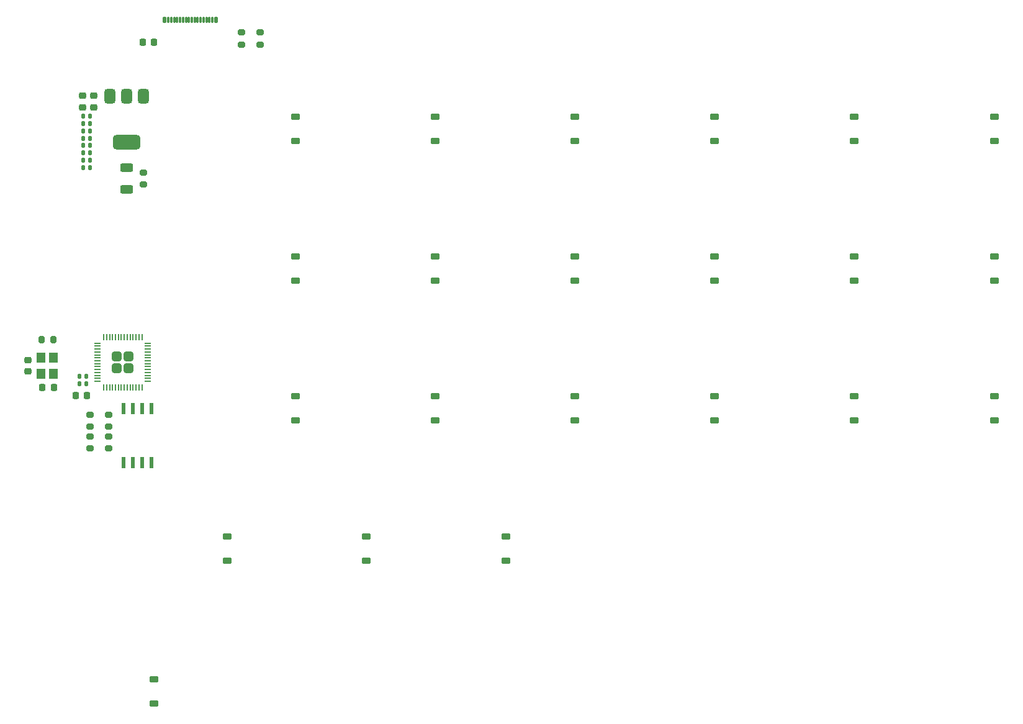
<source format=gtp>
%TF.GenerationSoftware,KiCad,Pcbnew,9.0.0*%
%TF.CreationDate,2025-03-25T01:57:01+09:00*%
%TF.ProjectId,keyboardR,6b657962-6f61-4726-9452-2e6b69636164,rev?*%
%TF.SameCoordinates,Original*%
%TF.FileFunction,Paste,Top*%
%TF.FilePolarity,Positive*%
%FSLAX46Y46*%
G04 Gerber Fmt 4.6, Leading zero omitted, Abs format (unit mm)*
G04 Created by KiCad (PCBNEW 9.0.0) date 2025-03-25 01:57:01*
%MOMM*%
%LPD*%
G01*
G04 APERTURE LIST*
G04 Aperture macros list*
%AMRoundRect*
0 Rectangle with rounded corners*
0 $1 Rounding radius*
0 $2 $3 $4 $5 $6 $7 $8 $9 X,Y pos of 4 corners*
0 Add a 4 corners polygon primitive as box body*
4,1,4,$2,$3,$4,$5,$6,$7,$8,$9,$2,$3,0*
0 Add four circle primitives for the rounded corners*
1,1,$1+$1,$2,$3*
1,1,$1+$1,$4,$5*
1,1,$1+$1,$6,$7*
1,1,$1+$1,$8,$9*
0 Add four rect primitives between the rounded corners*
20,1,$1+$1,$2,$3,$4,$5,0*
20,1,$1+$1,$4,$5,$6,$7,0*
20,1,$1+$1,$6,$7,$8,$9,0*
20,1,$1+$1,$8,$9,$2,$3,0*%
G04 Aperture macros list end*
%ADD10R,1.200000X1.400000*%
%ADD11RoundRect,0.200000X-0.275000X0.200000X-0.275000X-0.200000X0.275000X-0.200000X0.275000X0.200000X0*%
%ADD12RoundRect,0.200000X-0.200000X-0.275000X0.200000X-0.275000X0.200000X0.275000X-0.200000X0.275000X0*%
%ADD13RoundRect,0.200000X0.275000X-0.200000X0.275000X0.200000X-0.275000X0.200000X-0.275000X-0.200000X0*%
%ADD14RoundRect,0.225000X0.250000X-0.225000X0.250000X0.225000X-0.250000X0.225000X-0.250000X-0.225000X0*%
%ADD15RoundRect,0.225000X-0.225000X-0.250000X0.225000X-0.250000X0.225000X0.250000X-0.225000X0.250000X0*%
%ADD16RoundRect,0.225000X0.375000X-0.225000X0.375000X0.225000X-0.375000X0.225000X-0.375000X-0.225000X0*%
%ADD17RoundRect,0.250000X0.625000X-0.312500X0.625000X0.312500X-0.625000X0.312500X-0.625000X-0.312500X0*%
%ADD18RoundRect,0.140000X0.140000X0.170000X-0.140000X0.170000X-0.140000X-0.170000X0.140000X-0.170000X0*%
%ADD19RoundRect,0.375000X-0.375000X0.625000X-0.375000X-0.625000X0.375000X-0.625000X0.375000X0.625000X0*%
%ADD20RoundRect,0.500000X-1.400000X0.500000X-1.400000X-0.500000X1.400000X-0.500000X1.400000X0.500000X0*%
%ADD21R,0.533400X1.524000*%
%ADD22RoundRect,0.225000X-0.250000X0.225000X-0.250000X-0.225000X0.250000X-0.225000X0.250000X0.225000X0*%
%ADD23RoundRect,0.070000X0.070000X0.345000X-0.070000X0.345000X-0.070000X-0.345000X0.070000X-0.345000X0*%
%ADD24RoundRect,0.112500X0.112500X0.302500X-0.112500X0.302500X-0.112500X-0.302500X0.112500X-0.302500X0*%
%ADD25RoundRect,0.249999X0.395001X0.395001X-0.395001X0.395001X-0.395001X-0.395001X0.395001X-0.395001X0*%
%ADD26RoundRect,0.050000X0.387500X0.050000X-0.387500X0.050000X-0.387500X-0.050000X0.387500X-0.050000X0*%
%ADD27RoundRect,0.050000X0.050000X0.387500X-0.050000X0.387500X-0.050000X-0.387500X0.050000X-0.387500X0*%
%ADD28RoundRect,0.225000X0.225000X0.250000X-0.225000X0.250000X-0.225000X-0.250000X0.225000X-0.250000X0*%
G04 APERTURE END LIST*
D10*
%TO.C,Y1*%
X82300000Y-95900000D03*
X82300000Y-98100000D03*
X84000000Y-98100000D03*
X84000000Y-95900000D03*
%TD*%
D11*
%TO.C,R9*%
X91500000Y-103675000D03*
X91500000Y-105325000D03*
%TD*%
%TO.C,R8*%
X89000000Y-103675000D03*
X89000000Y-105325000D03*
%TD*%
D12*
%TO.C,R7*%
X82350000Y-93500000D03*
X84000000Y-93500000D03*
%TD*%
D13*
%TO.C,R6*%
X96234762Y-72325000D03*
X96234762Y-70675000D03*
%TD*%
D11*
%TO.C,R4*%
X91500000Y-106675000D03*
X91500000Y-108325000D03*
%TD*%
%TO.C,R3*%
X89000000Y-106675000D03*
X89000000Y-108325000D03*
%TD*%
%TO.C,R2*%
X112163762Y-51599000D03*
X112163762Y-53249000D03*
%TD*%
%TO.C,R1*%
X109663762Y-51599000D03*
X109663762Y-53249000D03*
%TD*%
D14*
%TO.C,C16*%
X80500000Y-97775000D03*
X80500000Y-96225000D03*
%TD*%
D15*
%TO.C,C15*%
X82500000Y-100000000D03*
X84050000Y-100000000D03*
%TD*%
D16*
%TO.C,D12*%
X116983762Y-85399000D03*
X116983762Y-82099000D03*
%TD*%
%TO.C,D9*%
X174133762Y-85399000D03*
X174133762Y-82099000D03*
%TD*%
D17*
%TO.C,R5*%
X93984762Y-72962500D03*
X93984762Y-70037500D03*
%TD*%
D16*
%TO.C,D6*%
X116983762Y-66349000D03*
X116983762Y-63049000D03*
%TD*%
%TO.C,D20*%
X126663762Y-123574000D03*
X126663762Y-120274000D03*
%TD*%
%TO.C,D3*%
X174133762Y-66349000D03*
X174133762Y-63049000D03*
%TD*%
D18*
%TO.C,C11*%
X88480000Y-99500000D03*
X87520000Y-99500000D03*
%TD*%
D16*
%TO.C,D13*%
X212333762Y-104449000D03*
X212333762Y-101149000D03*
%TD*%
D19*
%TO.C,U2*%
X96284762Y-60274000D03*
X93984762Y-60274000D03*
D20*
X93984762Y-66574000D03*
D19*
X91684762Y-60274000D03*
%TD*%
D16*
%TO.C,D1*%
X212333762Y-66394000D03*
X212333762Y-63094000D03*
%TD*%
D21*
%TO.C,U3*%
X97356464Y-102901207D03*
X96086464Y-102901207D03*
X94816464Y-102901207D03*
X93546464Y-102901207D03*
X93546464Y-110191007D03*
X94816464Y-110191007D03*
X96086464Y-110191007D03*
X97356464Y-110191007D03*
%TD*%
D22*
%TO.C,C10*%
X87984762Y-60225000D03*
X87984762Y-61775000D03*
%TD*%
D16*
%TO.C,D21*%
X107663762Y-123574000D03*
X107663762Y-120274000D03*
%TD*%
D18*
%TO.C,C4*%
X88964762Y-67000000D03*
X88004762Y-67000000D03*
%TD*%
D23*
%TO.C,J1*%
X105663762Y-49874000D03*
X104863762Y-49874000D03*
X104063762Y-49874000D03*
X103263762Y-49874000D03*
X102863762Y-49874000D03*
X102463762Y-49874000D03*
X100863762Y-49874000D03*
X100063762Y-49874000D03*
X99663762Y-49874000D03*
X100463762Y-49874000D03*
X101263762Y-49874000D03*
X101663762Y-49874000D03*
X102063762Y-49874000D03*
X103663762Y-49874000D03*
X104463762Y-49874000D03*
X105263762Y-49874000D03*
D24*
X106178762Y-49874000D03*
X99148762Y-49874000D03*
%TD*%
D18*
%TO.C,C14*%
X88964762Y-66000000D03*
X88004762Y-66000000D03*
%TD*%
D16*
%TO.C,D17*%
X136033762Y-104449000D03*
X136033762Y-101149000D03*
%TD*%
%TO.C,D5*%
X136033762Y-66349000D03*
X136033762Y-63049000D03*
%TD*%
%TO.C,D19*%
X145663762Y-123574000D03*
X145663762Y-120274000D03*
%TD*%
%TO.C,D11*%
X136033762Y-85399000D03*
X136033762Y-82099000D03*
%TD*%
%TO.C,D4*%
X155083762Y-66349000D03*
X155083762Y-63049000D03*
%TD*%
D18*
%TO.C,C6*%
X88964762Y-69000000D03*
X88004762Y-69000000D03*
%TD*%
D25*
%TO.C,U1*%
X94250000Y-97350000D03*
X94250000Y-95750000D03*
X92650000Y-97350000D03*
X92650000Y-95750000D03*
D26*
X96887500Y-99150000D03*
X96887500Y-98750000D03*
X96887500Y-98350000D03*
X96887500Y-97950000D03*
X96887500Y-97550000D03*
X96887500Y-97150000D03*
X96887500Y-96750000D03*
X96887500Y-96350000D03*
X96887500Y-95950000D03*
X96887500Y-95550000D03*
X96887500Y-95150000D03*
X96887500Y-94750000D03*
X96887500Y-94350000D03*
X96887500Y-93950000D03*
D27*
X96050000Y-93112500D03*
X95650000Y-93112500D03*
X95250000Y-93112500D03*
X94850000Y-93112500D03*
X94450000Y-93112500D03*
X94050000Y-93112500D03*
X93650000Y-93112500D03*
X93250000Y-93112500D03*
X92850000Y-93112500D03*
X92450000Y-93112500D03*
X92050000Y-93112500D03*
X91650000Y-93112500D03*
X91250000Y-93112500D03*
X90850000Y-93112500D03*
D26*
X90012500Y-93950000D03*
X90012500Y-94350000D03*
X90012500Y-94750000D03*
X90012500Y-95150000D03*
X90012500Y-95550000D03*
X90012500Y-95950000D03*
X90012500Y-96350000D03*
X90012500Y-96750000D03*
X90012500Y-97150000D03*
X90012500Y-97550000D03*
X90012500Y-97950000D03*
X90012500Y-98350000D03*
X90012500Y-98750000D03*
X90012500Y-99150000D03*
D27*
X90850000Y-99987500D03*
X91250000Y-99987500D03*
X91650000Y-99987500D03*
X92050000Y-99987500D03*
X92450000Y-99987500D03*
X92850000Y-99987500D03*
X93250000Y-99987500D03*
X93650000Y-99987500D03*
X94050000Y-99987500D03*
X94450000Y-99987500D03*
X94850000Y-99987500D03*
X95250000Y-99987500D03*
X95650000Y-99987500D03*
X96050000Y-99987500D03*
%TD*%
D16*
%TO.C,D7*%
X212333762Y-85399000D03*
X212333762Y-82099000D03*
%TD*%
%TO.C,D18*%
X116983762Y-104449000D03*
X116983762Y-101149000D03*
%TD*%
%TO.C,D15*%
X174133762Y-104449000D03*
X174133762Y-101149000D03*
%TD*%
D18*
%TO.C,C12*%
X88480000Y-98500000D03*
X87520000Y-98500000D03*
%TD*%
D16*
%TO.C,D8*%
X193183762Y-85399000D03*
X193183762Y-82099000D03*
%TD*%
%TO.C,D2*%
X193183762Y-66349000D03*
X193183762Y-63049000D03*
%TD*%
D22*
%TO.C,C2*%
X89484762Y-60225000D03*
X89484762Y-61775000D03*
%TD*%
D18*
%TO.C,C9*%
X88964762Y-64000000D03*
X88004762Y-64000000D03*
%TD*%
D28*
%TO.C,C13*%
X88576000Y-101076000D03*
X87026000Y-101076000D03*
%TD*%
D18*
%TO.C,C8*%
X88964762Y-68000000D03*
X88004762Y-68000000D03*
%TD*%
D16*
%TO.C,D22*%
X97663762Y-143074000D03*
X97663762Y-139774000D03*
%TD*%
D18*
%TO.C,C3*%
X88964762Y-63000000D03*
X88004762Y-63000000D03*
%TD*%
D28*
%TO.C,C1*%
X97713762Y-52924000D03*
X96163762Y-52924000D03*
%TD*%
D16*
%TO.C,D16*%
X155083762Y-104449000D03*
X155083762Y-101149000D03*
%TD*%
%TO.C,D10*%
X155083762Y-85399000D03*
X155083762Y-82099000D03*
%TD*%
%TO.C,D14*%
X193183762Y-104449000D03*
X193183762Y-101149000D03*
%TD*%
D18*
%TO.C,C5*%
X88964762Y-70000000D03*
X88004762Y-70000000D03*
%TD*%
%TO.C,C7*%
X88964762Y-65000000D03*
X88004762Y-65000000D03*
%TD*%
M02*

</source>
